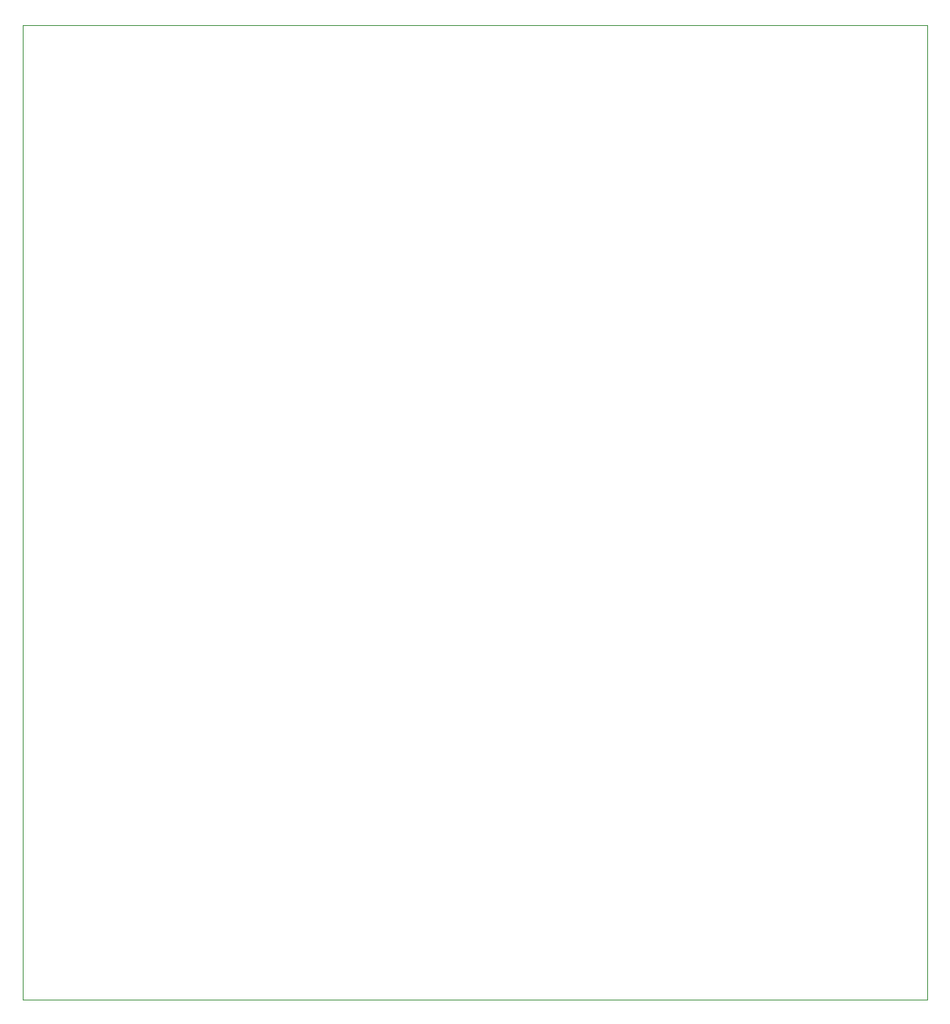
<source format=gbr>
%TF.GenerationSoftware,KiCad,Pcbnew,9.0.0*%
%TF.CreationDate,2025-10-01T11:12:33-04:00*%
%TF.ProjectId,can_gauge_interface,63616e5f-6761-4756-9765-5f696e746572,0.2*%
%TF.SameCoordinates,Original*%
%TF.FileFunction,Profile,NP*%
%FSLAX46Y46*%
G04 Gerber Fmt 4.6, Leading zero omitted, Abs format (unit mm)*
G04 Created by KiCad (PCBNEW 9.0.0) date 2025-10-01 11:12:33*
%MOMM*%
%LPD*%
G01*
G04 APERTURE LIST*
%TA.AperFunction,Profile*%
%ADD10C,0.050000*%
%TD*%
G04 APERTURE END LIST*
D10*
X50000000Y-102500000D02*
X147500000Y-102500000D01*
X147500000Y-207500000D01*
X50000000Y-207500000D01*
X50000000Y-102500000D01*
M02*

</source>
